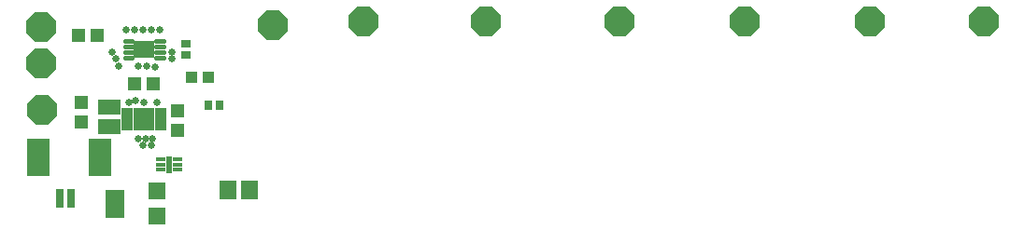
<source format=gbr>
G04 EAGLE Gerber RS-274X export*
G75*
%MOMM*%
%FSLAX34Y34*%
%LPD*%
%INSoldermask Top*%
%IPPOS*%
%AMOC8*
5,1,8,0,0,1.08239X$1,22.5*%
G01*
%ADD10C,0.269722*%
%ADD11R,1.833200X1.633200*%
%ADD12P,2.969212X8X22.500000*%
%ADD13R,0.903200X0.803200*%
%ADD14R,1.253200X1.283200*%
%ADD15R,1.003200X1.003200*%
%ADD16R,0.803200X0.903200*%
%ADD17R,1.003200X0.503200*%
%ADD18R,1.953200X2.103200*%
%ADD19R,1.283200X1.253200*%
%ADD20R,0.914400X0.457200*%
%ADD21R,0.584200X1.524000*%
%ADD22R,0.763200X1.703200*%
%ADD23R,1.703200X2.503200*%
%ADD24R,1.603200X1.503200*%
%ADD25R,2.003200X3.403200*%
%ADD26R,1.503200X1.703200*%
%ADD27R,2.006600X1.358900*%
%ADD28C,0.655600*%


D10*
X103818Y184282D02*
X96082Y184282D01*
X96082Y186318D01*
X103818Y186318D01*
X103818Y184282D01*
X103818Y179282D02*
X96082Y179282D01*
X96082Y181318D01*
X103818Y181318D01*
X103818Y179282D01*
X103818Y174282D02*
X96082Y174282D01*
X96082Y176318D01*
X103818Y176318D01*
X103818Y174282D01*
X103818Y169282D02*
X96082Y169282D01*
X96082Y171318D01*
X103818Y171318D01*
X103818Y169282D01*
X124782Y169282D02*
X132518Y169282D01*
X124782Y169282D02*
X124782Y171318D01*
X132518Y171318D01*
X132518Y169282D01*
X132518Y174282D02*
X124782Y174282D01*
X124782Y176318D01*
X132518Y176318D01*
X132518Y174282D01*
X132518Y179282D02*
X124782Y179282D01*
X124782Y181318D01*
X132518Y181318D01*
X132518Y179282D01*
X132518Y184282D02*
X124782Y184282D01*
X124782Y186318D01*
X132518Y186318D01*
X132518Y184282D01*
D11*
X114300Y177800D03*
D12*
X313200Y203200D03*
X424000Y203200D03*
D13*
X152400Y172800D03*
X152400Y182800D03*
D12*
X20800Y197980D03*
X21120Y165130D03*
D14*
X54750Y190500D03*
X72250Y190500D03*
X105550Y146050D03*
X123050Y146050D03*
D15*
X172600Y152400D03*
X157600Y152400D03*
D16*
X172800Y127000D03*
X182800Y127000D03*
D17*
X99300Y121800D03*
X99300Y116800D03*
X99300Y111800D03*
X99300Y106800D03*
X129300Y106800D03*
X129300Y111800D03*
X129300Y116800D03*
X129300Y121800D03*
D18*
X114300Y114300D03*
D19*
X144780Y121780D03*
X144780Y104280D03*
X57800Y129270D03*
X57800Y111770D03*
D20*
X129527Y78190D03*
X129527Y73190D03*
X129527Y68190D03*
X144513Y68190D03*
X144513Y73190D03*
X144513Y78190D03*
D21*
X137020Y73190D03*
D12*
X544800Y203200D03*
X658300Y203200D03*
X771800Y203200D03*
X875300Y203200D03*
D22*
X47780Y41910D03*
X38180Y41910D03*
D23*
X87790Y37540D03*
D24*
X126290Y26040D03*
X126290Y49040D03*
D25*
X18830Y79530D03*
X74830Y79530D03*
D26*
X209500Y50000D03*
X190500Y50000D03*
D12*
X21590Y122400D03*
X230980Y200210D03*
D27*
X82870Y125347D03*
X82870Y107694D03*
D28*
X109220Y180340D03*
X118110Y180340D03*
X109220Y173990D03*
X118110Y173990D03*
X128270Y195580D03*
X120650Y195580D03*
X113030Y195580D03*
X105410Y195580D03*
X97790Y195580D03*
X85090Y175260D03*
X88900Y168910D03*
X91440Y162560D03*
X109220Y162560D03*
X116840Y162560D03*
X124460Y161290D03*
X139700Y168910D03*
X139700Y175260D03*
X110490Y119380D03*
X116840Y119380D03*
X116840Y113030D03*
X110490Y113030D03*
X109220Y96520D03*
X115570Y96520D03*
X121920Y96520D03*
X113030Y90170D03*
X120650Y90170D03*
X125730Y129540D03*
X114300Y129540D03*
X106680Y130810D03*
X100330Y129540D03*
M02*

</source>
